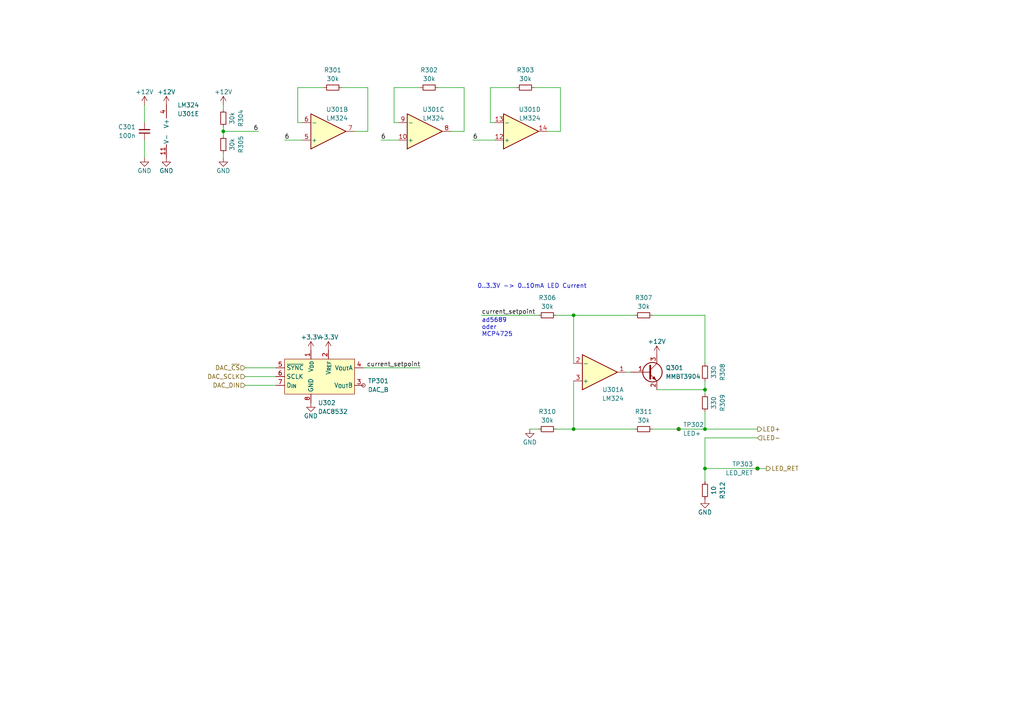
<source format=kicad_sch>
(kicad_sch (version 20211123) (generator eeschema)
  (paper "A4")
  (title_block (title "led-efficiency-measurement - OUTPUT") (date "2023-01-24") (rev "0.1") (comment 4 "Unless specified, all capacitors should be rated for 10V or higher"))
  (lib_symbols
    (symbol "Amplifier_Operational:LM324" (pin_names (offset 0.127))
      (property "Reference" "U" (at 0 5.08 0))
      (property "Value" "LM324" (at 0 -5.08 0))
      (symbol "LM324_1_1"
        (polyline (pts (xy -5.08 5.08) (xy 5.08 0) (xy -5.08 -5.08) (xy -5.08 5.08)) (stroke (width 0.254)) (fill (type background)))
        (pin output line (at 7.62 0 180) (length 2.54) (name "~") (number "1"))
        (pin input line (at -7.62 -2.54 0) (length 2.54) (name "-") (number "2"))
        (pin input line (at -7.62 2.54 0) (length 2.54) (name "+") (number "3"))
      )
      (symbol "LM324_2_1"
        (polyline (pts (xy -5.08 5.08) (xy 5.08 0) (xy -5.08 -5.08) (xy -5.08 5.08)) (stroke (width 0.254)) (fill (type background)))
        (pin input line (at -7.62 2.54 0) (length 2.54) (name "+") (number "5"))
        (pin input line (at -7.62 -2.54 0) (length 2.54) (name "-") (number "6"))
        (pin output line (at 7.62 0 180) (length 2.54) (name "~") (number "7"))
      )
      (symbol "LM324_3_1"
        (polyline (pts (xy -5.08 5.08) (xy 5.08 0) (xy -5.08 -5.08) (xy -5.08 5.08)) (stroke (width 0.254)) (fill (type background)))
        (pin input line (at -7.62 2.54 0) (length 2.54) (name "+") (number "10"))
        (pin output line (at 7.62 0 180) (length 2.54) (name "~") (number "8"))
        (pin input line (at -7.62 -2.54 0) (length 2.54) (name "-") (number "9"))
      )
      (symbol "LM324_4_1"
        (polyline (pts (xy -5.08 5.08) (xy 5.08 0) (xy -5.08 -5.08) (xy -5.08 5.08)) (stroke (width 0.254)) (fill (type background)))
        (pin input line (at -7.62 2.54 0) (length 2.54) (name "+") (number "12"))
        (pin input line (at -7.62 -2.54 0) (length 2.54) (name "-") (number "13"))
        (pin output line (at 7.62 0 180) (length 2.54) (name "~") (number "14"))
      )
      (symbol "LM324_5_1"
        (pin power_in line (at -2.54 -7.62 90) (length 3.81) (name "V-") (number "11"))
        (pin power_in line (at -2.54 7.62 270) (length 3.81) (name "V+") (number "4"))
      )
    )
    (symbol "Device:C_Small" (pin_numbers hide) (pin_names (offset 0.254) hide)
      (property "Reference" "C" (at 0.254 1.778 0))
      (property "Value" "C_Small" (at 0.254 -2.032 0))
      (symbol "C_Small_0_1"
        (polyline (pts (xy -1.524 -0.508) (xy 1.524 -0.508)) (stroke (width 0.3302)))
        (polyline (pts (xy -1.524 0.508) (xy 1.524 0.508)) (stroke (width 0.3048)))
      )
      (symbol "C_Small_1_1"
        (pin passive line (at 0 2.54 270) (length 2.032) (name "~") (number "1"))
        (pin passive line (at 0 -2.54 90) (length 2.032) (name "~") (number "2"))
      )
    )
    (symbol "Device:R_Small" (pin_numbers hide) (pin_names (offset 0.254) hide)
      (property "Reference" "R" (at 0.762 0.508 0))
      (property "Value" "R_Small" (at 0.762 -1.016 0))
      (symbol "R_Small_0_1"
        (rectangle (start -0.762 1.778) (end 0.762 -1.778) (stroke (width 0.2032)))
      )
      (symbol "R_Small_1_1"
        (pin passive line (at 0 2.54 270) (length 0.762) (name "~") (number "1"))
        (pin passive line (at 0 -2.54 90) (length 0.762) (name "~") (number "2"))
      )
    )
    (symbol "Seppl_Analog_DAC:DAC8532"
      (property "Reference" "U" (at 6.35 6.35 0))
      (property "Value" "DAC8532" (at 5.08 -6.35 0))
      (symbol "DAC8532_0_0"
        (pin power_in line (at -2.54 7.62 270) (length 2.54) (name "V_{DD}") (number "1"))
        (pin input line (at 2.54 7.62 270) (length 2.54) (name "V_{REF}") (number "2"))
        (pin output line (at 12.7 -2.54 180) (length 2.54) (name "V_{OUT}B") (number "3"))
        (pin output line (at 12.7 2.54 180) (length 2.54) (name "V_{OUT}A") (number "4"))
        (pin input line (at -12.7 2.54 0) (length 2.54) (name "~{SYNC}") (number "5"))
        (pin input line (at -12.7 0 0) (length 2.54) (name "SCLK") (number "6"))
        (pin input line (at -12.7 -2.54 0) (length 2.54) (name "D_{IN}") (number "7"))
        (pin power_in line (at -2.54 -7.62 90) (length 2.54) (name "GND") (number "8"))
      )
      (symbol "DAC8532_0_1"
        (rectangle (start -10.16 5.08) (end 10.16 -5.08) (fill (type background)))
      )
    )
    (symbol "Seppl_Testpoint:TestPoint_Small" (pin_numbers hide) (pin_names (offset 0.762) hide) (in_bom no)
      (property "Reference" "TP" (at 0 3.81 0))
      (property "Value" "TestPoint_Small" (at 0 2.032 0))
      (symbol "TestPoint_Small_0_1"
        (circle (center 0 0) (radius 0.508))
      )
      (symbol "TestPoint_Small_1_1"
        (pin passive line (at 0 0 90) (length 0) (name "1") (number "1"))
      )
    )
    (symbol "Transistor_BJT:MMBT3904" (pin_names (offset 0) hide)
      (property "Reference" "Q" (at 5.08 1.905 0))
      (property "Value" "MMBT3904" (at 5.08 0 0))
      (symbol "MMBT3904_0_1"
        (polyline (pts (xy 0.635 0.635) (xy 2.54 2.54)))
        (polyline (pts (xy 0.635 -0.635) (xy 2.54 -2.54) (xy 2.54 -2.54)))
        (polyline (pts (xy 0.635 1.905) (xy 0.635 -1.905) (xy 0.635 -1.905)) (stroke (width 0.508)))
        (polyline (pts (xy 1.27 -1.778) (xy 1.778 -1.27) (xy 2.286 -2.286) (xy 1.27 -1.778) (xy 1.27 -1.778)) (fill (type outline)))
        (circle (center 1.27 0) (radius 2.8194) (stroke (width 0.254)))
      )
      (symbol "MMBT3904_1_1"
        (pin input line (at -5.08 0 0) (length 5.715) (name "B") (number "1"))
        (pin passive line (at 2.54 -5.08 90) (length 2.54) (name "E") (number "2"))
        (pin passive line (at 2.54 5.08 270) (length 2.54) (name "C") (number "3"))
      )
    )
    (symbol "power:+12V" (power) (pin_names (offset 0))
      (property "Value" "+12V" (at 0 3.556 0))
      (symbol "+12V_0_1"
        (polyline (pts (xy -0.762 1.27) (xy 0 2.54)))
        (polyline (pts (xy 0 0) (xy 0 2.54)))
        (polyline (pts (xy 0 2.54) (xy 0.762 1.27)))
      )
      (symbol "+12V_1_1"
        (pin power_in line (at 0 0 90) (length 0) hide (name "+12V") (number "1"))
      )
    )
    (symbol "power:+3.3V" (power) (pin_names (offset 0))
      (property "Value" "+3.3V" (at 0 3.556 0))
      (symbol "+3.3V_0_1"
        (polyline (pts (xy -0.762 1.27) (xy 0 2.54)))
        (polyline (pts (xy 0 0) (xy 0 2.54)))
        (polyline (pts (xy 0 2.54) (xy 0.762 1.27)))
      )
      (symbol "+3.3V_1_1"
        (pin power_in line (at 0 0 90) (length 0) hide (name "+3.3V") (number "1"))
      )
    )
    (symbol "power:GND" (power) (pin_names (offset 0))
      (property "Value" "GND" (at 0 -3.81 0))
      (symbol "GND_0_1"
        (polyline (pts (xy 0 0) (xy 0 -1.27) (xy 1.27 -1.27) (xy 0 -2.54) (xy -1.27 -1.27) (xy 0 -1.27)))
      )
      (symbol "GND_1_1"
        (pin power_in line (at 0 0 270) (length 0) hide (name "GND") (number "1"))
      )
    )
  )
  (junction (at 196.85 124.46))
  (junction (at 166.37 124.46))
  (junction (at 204.47 135.89))
  (junction (at 204.47 113.03))
  (junction (at 166.37 91.44))
  (junction (at 219.71 135.89))
  (junction (at 64.77 38.1))
  (junction (at 204.47 124.46))
  (wire (pts (xy 181.61 107.95) (xy 182.88 107.95)))
  (wire (pts (xy 162.56 25.4) (xy 162.56 38.1)))
  (wire (pts (xy 121.92 106.68) (xy 105.41 106.68)))
  (wire (pts (xy 158.75 38.1) (xy 162.56 38.1)))
  (wire (pts (xy 204.47 110.49) (xy 204.47 113.03)))
  (wire (pts (xy 114.3 25.4) (xy 114.3 35.56)))
  (wire (pts (xy 114.3 35.56) (xy 115.57 35.56)))
  (wire (pts (xy 134.62 25.4) (xy 134.62 38.1)))
  (wire (pts (xy 161.29 124.46) (xy 166.37 124.46)))
  (wire (pts (xy 71.12 109.22) (xy 80.01 109.22)))
  (wire (pts (xy 64.77 44.45) (xy 64.77 45.72)))
  (wire (pts (xy 130.81 38.1) (xy 134.62 38.1)))
  (wire (pts (xy 115.57 40.64) (xy 110.49 40.64)))
  (wire (pts (xy 143.51 40.64) (xy 137.16 40.64)))
  (wire (pts (xy 71.12 106.68) (xy 80.01 106.68)))
  (wire (pts (xy 166.37 110.49) (xy 166.37 124.46)))
  (wire (pts (xy 189.23 124.46) (xy 196.85 124.46)))
  (wire (pts (xy 153.67 124.46) (xy 156.21 124.46)))
  (wire (pts (xy 41.91 45.72) (xy 41.91 40.64)))
  (wire (pts (xy 99.06 25.4) (xy 106.68 25.4)))
  (wire (pts (xy 149.86 25.4) (xy 142.24 25.4)))
  (wire (pts (xy 166.37 124.46) (xy 184.15 124.46)))
  (wire (pts (xy 196.85 124.46) (xy 204.47 124.46)))
  (wire (pts (xy 86.36 35.56) (xy 87.63 35.56)))
  (wire (pts (xy 64.77 30.48) (xy 64.77 31.75)))
  (wire (pts (xy 204.47 127) (xy 219.71 127)))
  (wire (pts (xy 204.47 127) (xy 204.47 135.89)))
  (wire (pts (xy 41.91 30.48) (xy 41.91 35.56)))
  (wire (pts (xy 204.47 91.44) (xy 189.23 91.44)))
  (wire (pts (xy 142.24 25.4) (xy 142.24 35.56)))
  (wire (pts (xy 204.47 124.46) (xy 219.71 124.46)))
  (wire (pts (xy 161.29 91.44) (xy 166.37 91.44)))
  (wire (pts (xy 86.36 25.4) (xy 86.36 35.56)))
  (wire (pts (xy 142.24 35.56) (xy 143.51 35.56)))
  (wire (pts (xy 64.77 36.83) (xy 64.77 38.1)))
  (wire (pts (xy 204.47 135.89) (xy 204.47 139.7)))
  (wire (pts (xy 154.94 25.4) (xy 162.56 25.4)))
  (wire (pts (xy 106.68 25.4) (xy 106.68 38.1)))
  (wire (pts (xy 87.63 40.64) (xy 82.55 40.64)))
  (wire (pts (xy 204.47 135.89) (xy 219.71 135.89)))
  (wire (pts (xy 166.37 91.44) (xy 184.15 91.44)))
  (wire (pts (xy 204.47 113.03) (xy 204.47 114.3)))
  (wire (pts (xy 64.77 38.1) (xy 74.93 38.1)))
  (wire (pts (xy 121.92 25.4) (xy 114.3 25.4)))
  (wire (pts (xy 139.7 91.44) (xy 156.21 91.44)))
  (wire (pts (xy 219.71 135.89) (xy 222.25 135.89)))
  (wire (pts (xy 204.47 105.41) (xy 204.47 91.44)))
  (wire (pts (xy 64.77 38.1) (xy 64.77 39.37)))
  (wire (pts (xy 190.5 113.03) (xy 204.47 113.03)))
  (wire (pts (xy 166.37 105.41) (xy 166.37 91.44)))
  (wire (pts (xy 93.98 25.4) (xy 86.36 25.4)))
  (wire (pts (xy 204.47 119.38) (xy 204.47 124.46)))
  (wire (pts (xy 127 25.4) (xy 134.62 25.4)))
  (wire (pts (xy 71.12 111.76) (xy 80.01 111.76)))
  (wire (pts (xy 102.87 38.1) (xy 106.68 38.1)))
  (text "ad5689\noder\nMCP4725" (at 139.7 97.79 0) (effects (font (size 1.27 1.27)) (justify left bottom)))
  (text "0..3.3V -> 0..10mA LED Current" (at 138.43 83.82 0) (effects (font (size 1.27 1.27)) (justify left bottom)))
  (label "6" (at 110.49 40.64 0))
  (label "current_setpoint" (at 121.92 106.68 180))
  (label "6" (at 82.55 40.64 0))
  (label "6" (at 137.16 40.64 0))
  (label "6" (at 74.93 38.1 180))
  (label "current_setpoint" (at 139.7 91.44 0))
  (hierarchical_label "LED+" (shape output) (at 219.71 124.46 0))
  (hierarchical_label "DAC_SCLK" (shape input) (at 71.12 109.22 180))
  (hierarchical_label "LED-" (shape input) (at 219.71 127 0))
  (hierarchical_label "DAC_DIN" (shape input) (at 71.12 111.76 180))
  (hierarchical_label "LED_RET" (shape output) (at 222.25 135.89 0))
  (hierarchical_label "DAC_~{CS}" (shape input) (at 71.12 106.68 180))
  (symbol (lib_id "Device:R_Small") (at 158.75 91.44 90) (unit 1)
    (property "Reference" "R306" (at 158.75 86.36 90))
    (property "Value" "30k" (at 158.75 88.9 90))
    (property "Footprint" "Resistor_SMD:R_0805_2012Metric_Pad1.20x1.40mm_HandSolder" (effects hide))
  )
  (symbol (lib_id "Device:R_Small") (at 64.77 41.91 0) (mirror x) (unit 1)
    (property "Reference" "R305" (at 69.85 41.91 90))
    (property "Value" "30k" (at 67.31 41.91 90))
    (property "Footprint" "Resistor_SMD:R_0805_2012Metric_Pad1.20x1.40mm_HandSolder" (effects hide))
  )
  (symbol (lib_id "Seppl_Testpoint:TestPoint_Small") (at 105.41 111.76 0) (unit 1) (in_bom no)
    (property "Reference" "TP301" (at 106.68 110.4899 0) (effects (justify left)))
    (property "Value" "DAC_B" (at 106.68 113.0299 0) (effects (justify left)))
    (property "Footprint" "TestPoint:TestPoint_Pad_D1.5mm" (effects hide))
  )
  (symbol (lib_id "power:+12V") (at 64.77 30.48 0) (unit 1)
    (property "Reference" "#PWR0303" (effects hide))
    (property "Value" "+12V" (at 64.77 26.67 0))
  )
  (symbol (lib_id "power:+12V") (at 48.26 30.48 0) (unit 1)
    (property "Reference" "#PWR0302" (effects hide))
    (property "Value" "+12V" (at 48.26 26.67 0))
  )
  (symbol (lib_id "Device:R_Small") (at 186.69 91.44 90) (unit 1)
    (property "Reference" "R307" (at 186.69 86.36 90))
    (property "Value" "30k" (at 186.69 88.9 90))
    (property "Footprint" "Resistor_SMD:R_0805_2012Metric_Pad1.20x1.40mm_HandSolder" (effects hide))
  )
  (symbol (lib_id "Amplifier_Operational:LM324") (at 95.25 38.1 0) (mirror x) (unit 2)
    (property "Reference" "U301" (at 97.79 31.75 0))
    (property "Value" "LM324" (at 97.79 34.29 0))
    (property "Footprint" "Package_SO:SOIC-14_3.9x8.7mm_P1.27mm" (effects hide))
    (property "Datasheet" "http://www.ti.com/lit/ds/symlink/lm2902-n.pdf" (effects hide))
  )
  (symbol (lib_id "Transistor_BJT:MMBT3904") (at 187.96 107.95 0) (unit 1)
    (property "Reference" "Q301" (at 193.04 106.6799 0) (effects (justify left)))
    (property "Value" "MMBT3904" (at 193.04 109.2199 0) (effects (justify left)))
    (property "Footprint" "Package_TO_SOT_SMD:SOT-23" (effects hide))
    (property "Datasheet" "https://www.onsemi.com/pub/Collateral/2N3903-D.PDF" (effects hide))
  )
  (symbol (lib_id "Amplifier_Operational:LM324") (at 151.13 38.1 0) (mirror x) (unit 4)
    (property "Reference" "U301" (at 153.67 31.75 0))
    (property "Value" "LM324" (at 153.67 34.29 0))
    (property "Footprint" "Package_SO:SOIC-14_3.9x8.7mm_P1.27mm" (effects hide))
    (property "Datasheet" "http://www.ti.com/lit/ds/symlink/lm2902-n.pdf" (effects hide))
  )
  (symbol (lib_id "Device:R_Small") (at 152.4 25.4 90) (unit 1)
    (property "Reference" "R303" (at 152.4 20.32 90))
    (property "Value" "30k" (at 152.4 22.86 90))
    (property "Footprint" "Resistor_SMD:R_0805_2012Metric_Pad1.20x1.40mm_HandSolder" (effects hide))
  )
  (symbol (lib_id "Device:R_Small") (at 96.52 25.4 90) (unit 1)
    (property "Reference" "R301" (at 96.52 20.32 90))
    (property "Value" "30k" (at 96.52 22.86 90))
    (property "Footprint" "Resistor_SMD:R_0805_2012Metric_Pad1.20x1.40mm_HandSolder" (effects hide))
  )
  (symbol (lib_id "Device:R_Small") (at 158.75 124.46 90) (unit 1)
    (property "Reference" "R310" (at 158.75 119.38 90))
    (property "Value" "30k" (at 158.75 121.92 90))
    (property "Footprint" "Resistor_SMD:R_0805_2012Metric_Pad1.20x1.40mm_HandSolder" (effects hide))
  )
  (symbol (lib_id "power:GND") (at 41.91 45.72 0) (unit 1)
    (property "Reference" "#PWR0304" (effects hide))
    (property "Value" "GND" (at 41.91 49.53 0))
  )
  (symbol (lib_id "power:+12V") (at 41.91 30.48 0) (unit 1)
    (property "Reference" "#PWR0301" (effects hide))
    (property "Value" "+12V" (at 41.91 26.67 0))
  )
  (symbol (lib_id "Seppl_Testpoint:TestPoint_Small") (at 196.85 124.46 270) (mirror x) (unit 1) (in_bom no)
    (property "Reference" "TP302" (at 198.12 123.1899 90) (effects (justify left)))
    (property "Value" "LED+" (at 198.12 125.7299 90) (effects (justify left)))
    (property "Footprint" "TestPoint:TestPoint_Pad_D1.5mm" (effects hide))
  )
  (symbol (lib_id "Device:R_Small") (at 186.69 124.46 90) (unit 1)
    (property "Reference" "R311" (at 186.69 119.38 90))
    (property "Value" "30k" (at 186.69 121.92 90))
    (property "Footprint" "Resistor_SMD:R_0805_2012Metric_Pad1.20x1.40mm_HandSolder" (effects hide))
  )
  (symbol (lib_id "Device:R_Small") (at 204.47 142.24 0) (mirror x) (unit 1)
    (property "Reference" "R312" (at 209.55 142.24 90))
    (property "Value" "10" (at 207.01 142.24 90))
    (property "Footprint" "Resistor_SMD:R_0805_2012Metric_Pad1.20x1.40mm_HandSolder" (effects hide))
  )
  (symbol (lib_id "Seppl_Testpoint:TestPoint_Small") (at 219.71 135.89 0) (mirror x) (unit 1) (in_bom no)
    (property "Reference" "TP303" (at 218.44 134.6199 0) (effects (justify right)))
    (property "Value" "LED_RET" (at 218.44 137.1599 0) (effects (justify right)))
    (property "Footprint" "TestPoint:TestPoint_Pad_D1.5mm" (effects hide))
  )
  (symbol (lib_id "power:GND") (at 48.26 45.72 0) (unit 1)
    (property "Reference" "#PWR0305" (effects hide))
    (property "Value" "GND" (at 48.26 49.53 0))
  )
  (symbol (lib_id "Amplifier_Operational:LM324") (at 50.8 38.1 0) (unit 5)
    (property "Reference" "U301" (at 54.61 33.02 0))
    (property "Value" "LM324" (at 54.61 30.48 0))
    (property "Footprint" "Package_SO:SOIC-14_3.9x8.7mm_P1.27mm" (effects hide))
    (property "Datasheet" "http://www.ti.com/lit/ds/symlink/lm2902-n.pdf" (effects hide))
  )
  (symbol (lib_id "power:GND") (at 90.17 116.84 0) (unit 1)
    (property "Reference" "#PWR0310" (effects hide))
    (property "Value" "GND" (at 90.17 120.65 0))
  )
  (symbol (lib_id "Device:R_Small") (at 124.46 25.4 90) (unit 1)
    (property "Reference" "R302" (at 124.46 20.32 90))
    (property "Value" "30k" (at 124.46 22.86 90))
    (property "Footprint" "Resistor_SMD:R_0805_2012Metric_Pad1.20x1.40mm_HandSolder" (effects hide))
  )
  (symbol (lib_id "power:+3.3V") (at 95.25 101.6 0) (unit 1)
    (property "Reference" "#PWR0308" (effects hide))
    (property "Value" "+3.3V" (at 95.25 97.79 0))
  )
  (symbol (lib_id "power:GND") (at 204.47 144.78 0) (unit 1)
    (property "Reference" "#PWR0312" (effects hide))
    (property "Value" "GND" (at 204.47 148.59 0))
  )
  (symbol (lib_id "power:GND") (at 153.67 124.46 0) (unit 1)
    (property "Reference" "#PWR0311" (effects hide))
    (property "Value" "GND" (at 153.67 128.27 0))
  )
  (symbol (lib_id "Device:R_Small") (at 204.47 116.84 0) (mirror x) (unit 1)
    (property "Reference" "R309" (at 209.55 116.84 90))
    (property "Value" "330" (at 207.01 116.84 90))
    (property "Footprint" "Resistor_SMD:R_0805_2012Metric_Pad1.20x1.40mm_HandSolder" (effects hide))
  )
  (symbol (lib_id "Amplifier_Operational:LM324") (at 123.19 38.1 0) (mirror x) (unit 3)
    (property "Reference" "U301" (at 125.73 31.75 0))
    (property "Value" "LM324" (at 125.73 34.29 0))
    (property "Footprint" "Package_SO:SOIC-14_3.9x8.7mm_P1.27mm" (effects hide))
    (property "Datasheet" "http://www.ti.com/lit/ds/symlink/lm2902-n.pdf" (effects hide))
  )
  (symbol (lib_id "Device:C_Small") (at 41.91 38.1 0) (mirror x) (unit 1)
    (property "Reference" "C301" (at 39.37 36.8235 0) (effects (justify right)))
    (property "Value" "100n" (at 39.37 39.3635 0) (effects (justify right)))
    (property "Footprint" "Capacitor_SMD:C_0805_2012Metric_Pad1.18x1.45mm_HandSolder" (effects hide))
  )
  (symbol (lib_id "power:+3.3V") (at 90.17 101.6 0) (unit 1)
    (property "Reference" "#PWR0307" (effects hide))
    (property "Value" "+3.3V" (at 90.17 97.79 0))
  )
  (symbol (lib_id "power:GND") (at 64.77 45.72 0) (unit 1)
    (property "Reference" "#PWR0306" (effects hide))
    (property "Value" "GND" (at 64.77 49.53 0))
  )
  (symbol (lib_id "Amplifier_Operational:LM324") (at 173.99 107.95 0) (mirror x) (unit 1)
    (property "Reference" "U301" (at 177.8 113.03 0))
    (property "Value" "LM324" (at 177.8 115.57 0))
    (property "Footprint" "Package_SO:SOIC-14_3.9x8.7mm_P1.27mm" (effects hide))
    (property "Datasheet" "http://www.ti.com/lit/ds/symlink/lm2902-n.pdf" (effects hide))
  )
  (symbol (lib_id "Device:R_Small") (at 64.77 34.29 0) (mirror x) (unit 1)
    (property "Reference" "R304" (at 69.85 34.29 90))
    (property "Value" "30k" (at 67.31 34.29 90))
    (property "Footprint" "Resistor_SMD:R_0805_2012Metric_Pad1.20x1.40mm_HandSolder" (effects hide))
  )
  (symbol (lib_id "power:+12V") (at 190.5 102.87 0) (unit 1)
    (property "Reference" "#PWR0309" (effects hide))
    (property "Value" "+12V" (at 190.5 99.06 0))
  )
  (symbol (lib_id "Device:R_Small") (at 204.47 107.95 0) (mirror x) (unit 1)
    (property "Reference" "R308" (at 209.55 107.95 90))
    (property "Value" "330" (at 207.01 107.95 90))
    (property "Footprint" "Resistor_SMD:R_0805_2012Metric_Pad1.20x1.40mm_HandSolder" (effects hide))
  )
  (symbol (lib_id "Seppl_Analog_DAC:DAC8532") (at 92.71 109.22 0) (unit 1)
    (property "Reference" "U302" (at 92.1894 116.84 0) (effects (justify left)))
    (property "Value" "DAC8532" (at 92.1894 119.38 0) (effects (justify left)))
    (property "Footprint" "Package_SO:MSOP-8_3x3mm_P0.65mm" (effects hide))
  )
)
</source>
